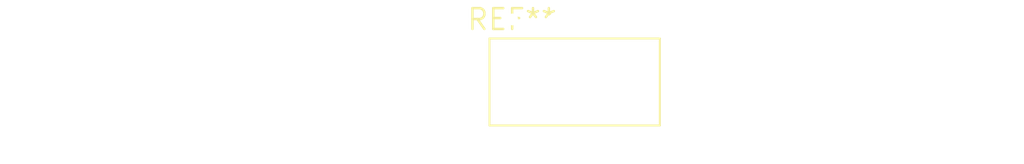
<source format=kicad_pcb>
(kicad_pcb (version 20240108) (generator pcbnew)
  (layers (0 "F.Cu" signal) (31 "B.Cu" signal) (34 "B.Paste" user) (35 "F.Paste" user) (36 "B.SilkS" user "B.Silkscreen") (37 "F.SilkS" user "F.Silkscreen") (38 "B.Mask" user) (39 "F.Mask" user) (44 "Edge.Cuts" user))
  (net 0 "")
  (footprint "Samtec_HLE-104-02-xx-DV-PE-LC_2x04_P2.54mm_Horizontal" (layer "F.Cu") (at 0 0)
    (property "Reference" "REF**")
    (property "Value" "Samtec_HLE-104-02-xx-DV-PE-LC_2x04_P2.54mm_Horizontal")
    (fp_line (start -1.38 1.16) (end 9 1.16) (layer "F.SilkS") (stroke (width 0.12)))
    (fp_line (start -1.38 6.46) (end -1.38 1.16) (layer "F.SilkS") (stroke (width 0.12)))
    (fp_line (start 9 1.16) (end 9 6.46) (layer "F.SilkS") (stroke (width 0.12)))
    (fp_line (start 9 6.46) (end -1.38 6.46) (layer "F.SilkS") (stroke (width 0.12)))
    (pad "" np_thru_hole circle (at 0 2.54) (size 1.4 1.4) (drill 1.4) (layers *.Cu *.Mask))
    (pad "" np_thru_hole circle (at 0 5.08) (size 1.4 1.4) (drill 1.4) (layers *.Cu *.Mask))
    (pad "" np_thru_hole circle (at 1.27 3.81) (size 1.19 1.19) (drill 1.19) (layers *.Cu *.Mask))
    (pad "" np_thru_hole circle (at 2.54 2.54) (size 1.4 1.4) (drill 1.4) (layers *.Cu *.Mask))
    (pad "" np_thru_hole circle (at 2.54 5.08) (size 1.4 1.4) (drill 1.4) (layers *.Cu *.Mask))
    (pad "" np_thru_hole circle (at 5.08 2.54) (size 1.4 1.4) (drill 1.4) (layers *.Cu *.Mask))
    (pad "" np_thru_hole circle (at 5.08 5.08) (size 1.4 1.4) (drill 1.4) (layers *.Cu *.Mask))
    (pad "" np_thru_hole circle (at 6.35 3.81) (size 1.19 1.19) (drill 1.19) (layers *.Cu *.Mask))
    (pad "" np_thru_hole circle (at 7.62 2.54) (size 1.4 1.4) (drill 1.4) (layers *.Cu *.Mask))
    (pad "" np_thru_hole circle (at 7.62 5.08) (size 1.4 1.4) (drill 1.4) (layers *.Cu *.Mask))
    (pad "1" thru_hole roundrect (at 0 0) (size 1.31 1.31) (drill 0.71) (layers *.Cu *.Mask) (remove_unused_layers) (roundrect_rratio 0.19084))
    (pad "2" thru_hole circle (at 0 7.62) (size 1.31 1.31) (drill 0.71) (layers *.Cu *.Mask) (remove_unused_layers))
    (pad "3" thru_hole circle (at 2.54 0) (size 1.31 1.31) (drill 0.71) (layers *.Cu *.Mask) (remove_unused_layers))
    (pad "4" thru_hole circle (at 2.54 7.62) (size 1.31 1.31) (drill 0.71) (layers *.Cu *.Mask) (remove_unused_layers))
    (pad "5" thru_hole circle (at 5.08 0) (size 1.31 1.31) (drill 0.71) (layers *.Cu *.Mask) (remove_unused_layers))
    (pad "6" thru_hole circle (at 5.08 7.62) (size 1.31 1.31) (drill 0.71) (layers *.Cu *.Mask) (remove_unused_layers))
    (pad "7" thru_hole circle (at 7.62 0) (size 1.31 1.31) (drill 0.71) (layers *.Cu *.Mask) (remove_unused_layers))
    (pad "8" thru_hole circle (at 7.62 7.62) (size 1.31 1.31) (drill 0.71) (layers *.Cu *.Mask) (remove_unused_layers))
  )
)
</source>
